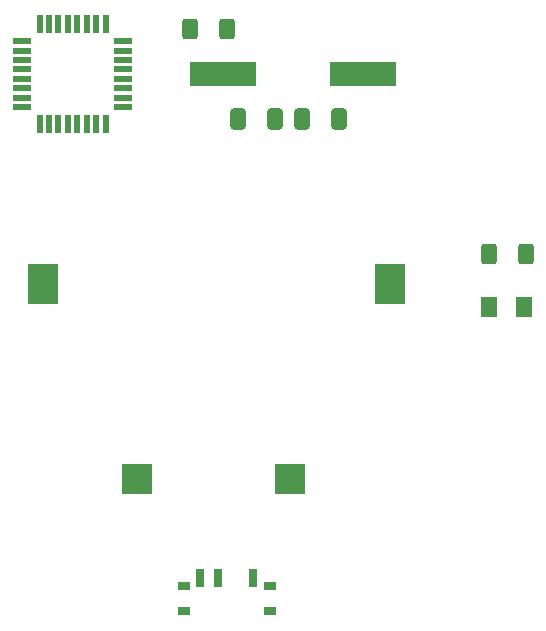
<source format=gbr>
%TF.GenerationSoftware,KiCad,Pcbnew,(6.0.0)*%
%TF.CreationDate,2022-03-26T12:46:50-04:00*%
%TF.ProjectId,old,6f6c642e-6b69-4636-9164-5f7063625858,rev?*%
%TF.SameCoordinates,Original*%
%TF.FileFunction,Paste,Bot*%
%TF.FilePolarity,Positive*%
%FSLAX46Y46*%
G04 Gerber Fmt 4.6, Leading zero omitted, Abs format (unit mm)*
G04 Created by KiCad (PCBNEW (6.0.0)) date 2022-03-26 12:46:50*
%MOMM*%
%LPD*%
G01*
G04 APERTURE LIST*
G04 Aperture macros list*
%AMRoundRect*
0 Rectangle with rounded corners*
0 $1 Rounding radius*
0 $2 $3 $4 $5 $6 $7 $8 $9 X,Y pos of 4 corners*
0 Add a 4 corners polygon primitive as box body*
4,1,4,$2,$3,$4,$5,$6,$7,$8,$9,$2,$3,0*
0 Add four circle primitives for the rounded corners*
1,1,$1+$1,$2,$3*
1,1,$1+$1,$4,$5*
1,1,$1+$1,$6,$7*
1,1,$1+$1,$8,$9*
0 Add four rect primitives between the rounded corners*
20,1,$1+$1,$2,$3,$4,$5,0*
20,1,$1+$1,$4,$5,$6,$7,0*
20,1,$1+$1,$6,$7,$8,$9,0*
20,1,$1+$1,$8,$9,$2,$3,0*%
G04 Aperture macros list end*
%ADD10R,5.620000X2.000000*%
%ADD11R,2.500000X2.500000*%
%ADD12R,0.700000X1.500000*%
%ADD13R,1.000000X0.800000*%
%ADD14RoundRect,0.250000X0.400000X0.625000X-0.400000X0.625000X-0.400000X-0.625000X0.400000X-0.625000X0*%
%ADD15RoundRect,0.250000X0.412500X0.650000X-0.412500X0.650000X-0.412500X-0.650000X0.412500X-0.650000X0*%
%ADD16RoundRect,0.250001X0.462499X0.624999X-0.462499X0.624999X-0.462499X-0.624999X0.462499X-0.624999X0*%
%ADD17RoundRect,0.250000X-0.412500X-0.650000X0.412500X-0.650000X0.412500X0.650000X-0.412500X0.650000X0*%
%ADD18RoundRect,0.250000X-0.400000X-0.625000X0.400000X-0.625000X0.400000X0.625000X-0.400000X0.625000X0*%
%ADD19R,2.600000X3.500000*%
%ADD20R,1.600000X0.550000*%
%ADD21R,0.550000X1.600000*%
G04 APERTURE END LIST*
D10*
%TO.C,Y1*%
X145697500Y-80010000D03*
X157572500Y-80010000D03*
%TD*%
D11*
%TO.C,LS1*%
X138430000Y-114300000D03*
X151430000Y-114300000D03*
%TD*%
D12*
%TO.C,S1*%
X148300000Y-122680000D03*
X145300000Y-122680000D03*
X143800000Y-122680000D03*
D13*
X149700000Y-123380000D03*
X149700000Y-125480000D03*
X142400000Y-125480000D03*
X142400000Y-123380000D03*
%TD*%
D14*
%TO.C,R1*%
X146050000Y-76200000D03*
X142950000Y-76200000D03*
%TD*%
D15*
%TO.C,C2*%
X155525000Y-83820000D03*
X152400000Y-83820000D03*
%TD*%
D16*
%TO.C,D5*%
X171250000Y-99695000D03*
X168275000Y-99695000D03*
%TD*%
D17*
%TO.C,C1*%
X147027500Y-83820000D03*
X150152500Y-83820000D03*
%TD*%
D18*
%TO.C,R6*%
X168275000Y-95250000D03*
X171375000Y-95250000D03*
%TD*%
D19*
%TO.C,BT1*%
X159857500Y-97790000D03*
X130457500Y-97790000D03*
%TD*%
D20*
%TO.C,U1*%
X137247500Y-77210000D03*
X137247500Y-78010000D03*
X137247500Y-78810000D03*
X137247500Y-79610000D03*
X137247500Y-80410000D03*
X137247500Y-81210000D03*
X137247500Y-82010000D03*
X137247500Y-82810000D03*
D21*
X135797500Y-84260000D03*
X134997500Y-84260000D03*
X134197500Y-84260000D03*
X133397500Y-84260000D03*
X132597500Y-84260000D03*
X131797500Y-84260000D03*
X130997500Y-84260000D03*
X130197500Y-84260000D03*
D20*
X128747500Y-82810000D03*
X128747500Y-82010000D03*
X128747500Y-81210000D03*
X128747500Y-80410000D03*
X128747500Y-79610000D03*
X128747500Y-78810000D03*
X128747500Y-78010000D03*
X128747500Y-77210000D03*
D21*
X130197500Y-75760000D03*
X130997500Y-75760000D03*
X131797500Y-75760000D03*
X132597500Y-75760000D03*
X133397500Y-75760000D03*
X134197500Y-75760000D03*
X134997500Y-75760000D03*
X135797500Y-75760000D03*
%TD*%
M02*

</source>
